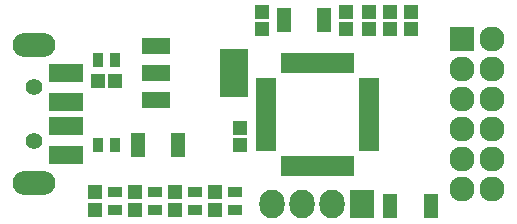
<source format=gbr>
G04 #@! TF.FileFunction,Soldermask,Top*
%FSLAX46Y46*%
G04 Gerber Fmt 4.6, Leading zero omitted, Abs format (unit mm)*
G04 Created by KiCad (PCBNEW 4.0.2-stable) date 2016-10-02 16:05:12*
%MOMM*%
G01*
G04 APERTURE LIST*
%ADD10C,0.100000*%
%ADD11R,1.150000X1.200000*%
%ADD12R,1.197560X1.197560*%
%ADD13R,2.127200X2.127200*%
%ADD14O,2.127200X2.127200*%
%ADD15R,0.900000X1.300000*%
%ADD16R,2.432000X4.057600*%
%ADD17R,2.432000X1.416000*%
%ADD18R,0.650000X1.700000*%
%ADD19R,1.700000X0.650000*%
%ADD20R,2.900000X1.500000*%
%ADD21O,3.625600X2.025600*%
%ADD22C,1.400000*%
%ADD23R,2.127200X2.432000*%
%ADD24O,2.127200X2.432000*%
%ADD25R,1.300000X0.900000*%
%ADD26R,1.300000X2.100000*%
G04 APERTURE END LIST*
D10*
D11*
X82500000Y-52800000D03*
X82500000Y-51300000D03*
X69800000Y-62600000D03*
X69800000Y-61100000D03*
X71700000Y-52800000D03*
X71700000Y-51300000D03*
X84300000Y-52800000D03*
X84300000Y-51300000D03*
D12*
X59249300Y-57200000D03*
X57750700Y-57200000D03*
D13*
X88650000Y-53570000D03*
D14*
X91190000Y-53570000D03*
X88650000Y-56110000D03*
X91190000Y-56110000D03*
X88650000Y-58650000D03*
X91190000Y-58650000D03*
X88650000Y-61190000D03*
X91190000Y-61190000D03*
X88650000Y-63730000D03*
X91190000Y-63730000D03*
X88650000Y-66270000D03*
X91190000Y-66270000D03*
D15*
X57750000Y-62600000D03*
X59250000Y-62600000D03*
D16*
X69292000Y-56500000D03*
D17*
X62688000Y-56500000D03*
X62688000Y-58786000D03*
X62688000Y-54214000D03*
D18*
X79150000Y-55650000D03*
X78650000Y-55650000D03*
X78150000Y-55650000D03*
X77650000Y-55650000D03*
X77150000Y-55650000D03*
X76650000Y-55650000D03*
X76150000Y-55650000D03*
X75650000Y-55650000D03*
X75150000Y-55650000D03*
X74650000Y-55650000D03*
X74150000Y-55650000D03*
X73650000Y-55650000D03*
D19*
X72050000Y-57250000D03*
X72050000Y-57750000D03*
X72050000Y-58250000D03*
X72050000Y-58750000D03*
X72050000Y-59250000D03*
X72050000Y-59750000D03*
X72050000Y-60250000D03*
X72050000Y-60750000D03*
X72050000Y-61250000D03*
X72050000Y-61750000D03*
X72050000Y-62250000D03*
X72050000Y-62750000D03*
D18*
X73650000Y-64350000D03*
X74150000Y-64350000D03*
X74650000Y-64350000D03*
X75150000Y-64350000D03*
X75650000Y-64350000D03*
X76150000Y-64350000D03*
X76650000Y-64350000D03*
X77150000Y-64350000D03*
X77650000Y-64350000D03*
X78150000Y-64350000D03*
X78650000Y-64350000D03*
X79150000Y-64350000D03*
D19*
X80750000Y-62750000D03*
X80750000Y-62250000D03*
X80750000Y-61750000D03*
X80750000Y-61250000D03*
X80750000Y-60750000D03*
X80750000Y-60250000D03*
X80750000Y-59750000D03*
X80750000Y-59250000D03*
X80750000Y-58750000D03*
X80750000Y-58250000D03*
X80750000Y-57750000D03*
X80750000Y-57250000D03*
D15*
X57750000Y-55400000D03*
X59250000Y-55400000D03*
D20*
X55100000Y-56450000D03*
X55100000Y-58950000D03*
X55100000Y-60950000D03*
X55100000Y-63450000D03*
D21*
X52350000Y-54100000D03*
X52350000Y-65800000D03*
D22*
X52350000Y-57700000D03*
X52350000Y-62200000D03*
D11*
X80700000Y-52800000D03*
X80700000Y-51300000D03*
D23*
X80180000Y-67600000D03*
D24*
X77640000Y-67600000D03*
X75100000Y-67600000D03*
X72560000Y-67600000D03*
D11*
X78800000Y-52800000D03*
X78800000Y-51300000D03*
D12*
X57500000Y-66550700D03*
X57500000Y-68049300D03*
X60900000Y-66550700D03*
X60900000Y-68049300D03*
X64300000Y-66550700D03*
X64300000Y-68049300D03*
X67700000Y-66600000D03*
X67700000Y-68098600D03*
D25*
X59200000Y-66550000D03*
X59200000Y-68050000D03*
X62600000Y-66550000D03*
X62600000Y-68050000D03*
X66000000Y-66550000D03*
X66000000Y-68050000D03*
X69400000Y-66550000D03*
X69400000Y-68050000D03*
D26*
X64600000Y-62600000D03*
X61200000Y-62600000D03*
X73500000Y-52000000D03*
X76900000Y-52000000D03*
X85950000Y-67750000D03*
X82550000Y-67750000D03*
M02*

</source>
